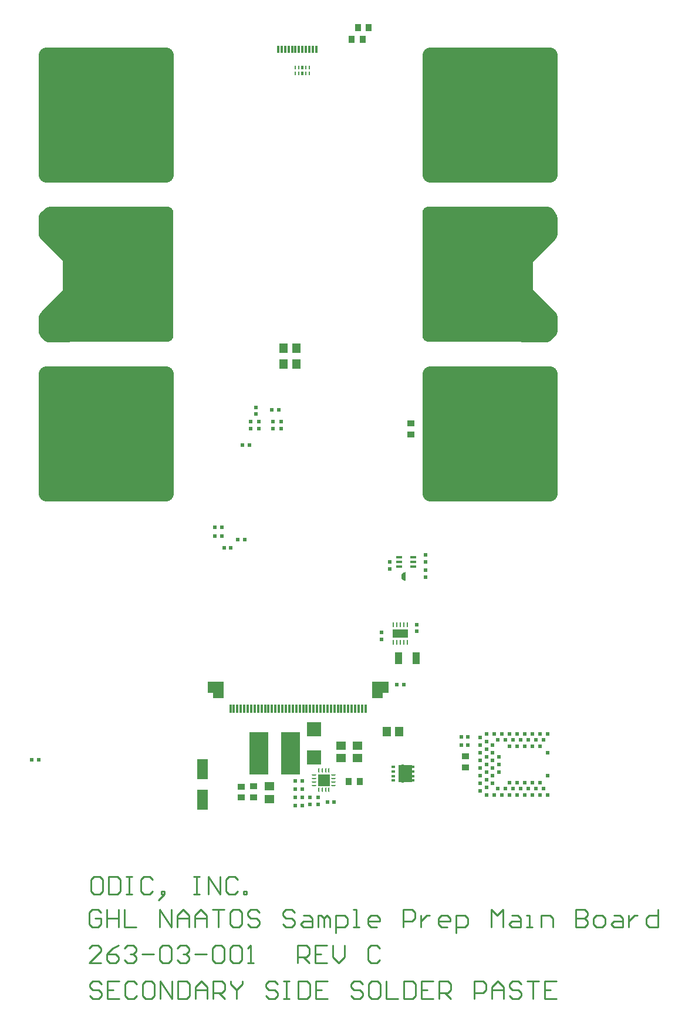
<source format=gbp>
G04*
G04 #@! TF.GenerationSoftware,Altium Limited,Altium Designer,24.9.1 (31)*
G04*
G04 Layer_Color=128*
%FSLAX44Y44*%
%MOMM*%
G71*
G04*
G04 #@! TF.SameCoordinates,1259BD5C-C6F3-40BD-8840-5C3A0C5864AA*
G04*
G04*
G04 #@! TF.FilePolarity,Positive*
G04*
G01*
G75*
%ADD17C,0.2540*%
%ADD19R,0.6000X0.6000*%
%ADD23R,1.0000X0.9500*%
%ADD24R,0.6000X0.6000*%
%ADD39R,1.1500X1.4500*%
%ADD42R,0.9500X1.0000*%
%ADD59R,1.0000X1.8000*%
%ADD60R,1.0000X0.9000*%
%ADD61R,1.6000X3.0000*%
%ADD64R,0.5000X0.3500*%
%ADD156C,2.0000*%
%ADD172R,0.8326X0.3548*%
G04:AMPARAMS|DCode=173|XSize=19.5mm|YSize=19.5mm|CornerRadius=1.17mm|HoleSize=0mm|Usage=FLASHONLY|Rotation=180.000|XOffset=0mm|YOffset=0mm|HoleType=Round|Shape=RoundedRectangle|*
%AMROUNDEDRECTD173*
21,1,19.5000,17.1600,0,0,180.0*
21,1,17.1600,19.5000,0,0,180.0*
1,1,2.3400,-8.5800,8.5800*
1,1,2.3400,8.5800,8.5800*
1,1,2.3400,8.5800,-8.5800*
1,1,2.3400,-8.5800,-8.5800*
%
%ADD173ROUNDEDRECTD173*%
G04:AMPARAMS|DCode=174|XSize=16mm|YSize=19.5mm|CornerRadius=0.96mm|HoleSize=0mm|Usage=FLASHONLY|Rotation=180.000|XOffset=0mm|YOffset=0mm|HoleType=Round|Shape=RoundedRectangle|*
%AMROUNDEDRECTD174*
21,1,16.0000,17.5800,0,0,180.0*
21,1,14.0800,19.5000,0,0,180.0*
1,1,1.9200,-7.0400,8.7900*
1,1,1.9200,7.0400,8.7900*
1,1,1.9200,7.0400,-8.7900*
1,1,1.9200,-7.0400,-8.7900*
%
%ADD174ROUNDEDRECTD174*%
%ADD175R,1.4500X1.1500*%
%ADD176R,0.2000X0.5500*%
%ADD177R,0.4000X0.5500*%
%ADD178R,2.0066X2.0066*%
%ADD179R,1.6000X2.4000*%
%ADD180R,0.3000X1.2000*%
%ADD181R,0.3000X1.1000*%
%ADD182R,2.7000X6.2000*%
%ADD183R,0.5080X0.5080*%
%ADD184R,0.5080X0.5080*%
%ADD185R,2.2000X1.3000*%
%ADD186R,0.2540X0.7112*%
G04:AMPARAMS|DCode=187|XSize=0.6mm|YSize=0.24mm|CornerRadius=0.06mm|HoleSize=0mm|Usage=FLASHONLY|Rotation=180.000|XOffset=0mm|YOffset=0mm|HoleType=Round|Shape=RoundedRectangle|*
%AMROUNDEDRECTD187*
21,1,0.6000,0.1200,0,0,180.0*
21,1,0.4800,0.2400,0,0,180.0*
1,1,0.1200,-0.2400,0.0600*
1,1,0.1200,0.2400,0.0600*
1,1,0.1200,0.2400,-0.0600*
1,1,0.1200,-0.2400,-0.0600*
%
%ADD187ROUNDEDRECTD187*%
G04:AMPARAMS|DCode=188|XSize=0.6mm|YSize=0.24mm|CornerRadius=0.06mm|HoleSize=0mm|Usage=FLASHONLY|Rotation=90.000|XOffset=0mm|YOffset=0mm|HoleType=Round|Shape=RoundedRectangle|*
%AMROUNDEDRECTD188*
21,1,0.6000,0.1200,0,0,90.0*
21,1,0.4800,0.2400,0,0,90.0*
1,1,0.1200,0.0600,0.2400*
1,1,0.1200,0.0600,-0.2400*
1,1,0.1200,-0.0600,-0.2400*
1,1,0.1200,-0.0600,0.2400*
%
%ADD188ROUNDEDRECTD188*%
%ADD189R,1.6600X1.6600*%
G36*
X440984Y150350D02*
D01*
Y150350D01*
Y150350D01*
D02*
G37*
G36*
X440984Y137650D02*
X440568D01*
X439743Y137759D01*
X438938Y137974D01*
X438170Y138293D01*
X437449Y138709D01*
X436788Y139216D01*
X436200Y139804D01*
X435693Y140465D01*
X435277Y141186D01*
X434958Y141954D01*
X434743Y142759D01*
X434634Y143584D01*
Y144000D01*
Y144416D01*
X434743Y145241D01*
X434958Y146046D01*
X435277Y146814D01*
X435693Y147535D01*
X436200Y148196D01*
X436788Y148784D01*
X437449Y149291D01*
X438170Y149707D01*
X438938Y150026D01*
X439743Y150241D01*
X440568Y150350D01*
X440984D01*
X440984Y137650D01*
D02*
G37*
G36*
X416245Y-23468D02*
X408245D01*
Y-7468D01*
X416245D01*
Y-23468D01*
D02*
G37*
G36*
X163246D02*
X155246D01*
Y-7468D01*
X163246D01*
Y-23468D01*
D02*
G37*
G36*
X438755Y-128286D02*
X450505D01*
Y-152786D01*
X438755D01*
Y-153536D01*
X435255D01*
Y-152786D01*
X430755D01*
Y-128286D01*
X435255D01*
Y-127536D01*
X438755D01*
Y-128286D01*
D02*
G37*
G36*
X330510Y-157365D02*
X315390D01*
Y-142245D01*
X330510D01*
Y-157365D01*
D02*
G37*
D17*
X2341Y-443796D02*
X-1891Y-439564D01*
X-10355D01*
X-14587Y-443796D01*
Y-448028D01*
X-10355Y-452260D01*
X-1891D01*
X2341Y-456492D01*
Y-460724D01*
X-1891Y-464956D01*
X-10355D01*
X-14587Y-460724D01*
X27733Y-439564D02*
X10805D01*
Y-464956D01*
X27733D01*
X10805Y-452260D02*
X19269D01*
X53124Y-443796D02*
X48892Y-439564D01*
X40429D01*
X36197Y-443796D01*
Y-460724D01*
X40429Y-464956D01*
X48892D01*
X53124Y-460724D01*
X74284Y-439564D02*
X65820D01*
X61588Y-443796D01*
Y-460724D01*
X65820Y-464956D01*
X74284D01*
X78516Y-460724D01*
Y-443796D01*
X74284Y-439564D01*
X86980Y-464956D02*
Y-439564D01*
X103908Y-464956D01*
Y-439564D01*
X112372D02*
Y-464956D01*
X125068D01*
X129300Y-460724D01*
Y-443796D01*
X125068Y-439564D01*
X112372D01*
X137764Y-464956D02*
Y-448028D01*
X146228Y-439564D01*
X154692Y-448028D01*
Y-464956D01*
Y-452260D01*
X137764D01*
X163156Y-464956D02*
Y-439564D01*
X175851D01*
X180083Y-443796D01*
Y-452260D01*
X175851Y-456492D01*
X163156D01*
X171619D02*
X180083Y-464956D01*
X188547Y-439564D02*
Y-443796D01*
X197011Y-452260D01*
X205475Y-443796D01*
Y-439564D01*
X197011Y-452260D02*
Y-464956D01*
X256259Y-443796D02*
X252027Y-439564D01*
X243563D01*
X239331Y-443796D01*
Y-448028D01*
X243563Y-452260D01*
X252027D01*
X256259Y-456492D01*
Y-460724D01*
X252027Y-464956D01*
X243563D01*
X239331Y-460724D01*
X264723Y-439564D02*
X273187D01*
X268955D01*
Y-464956D01*
X264723D01*
X273187D01*
X285883Y-439564D02*
Y-464956D01*
X298578D01*
X302810Y-460724D01*
Y-443796D01*
X298578Y-439564D01*
X285883D01*
X328202D02*
X311274D01*
Y-464956D01*
X328202D01*
X311274Y-452260D02*
X319738D01*
X378986Y-443796D02*
X374754Y-439564D01*
X366290D01*
X362058Y-443796D01*
Y-448028D01*
X366290Y-452260D01*
X374754D01*
X378986Y-456492D01*
Y-460724D01*
X374754Y-464956D01*
X366290D01*
X362058Y-460724D01*
X400146Y-439564D02*
X391682D01*
X387450Y-443796D01*
Y-460724D01*
X391682Y-464956D01*
X400146D01*
X404378Y-460724D01*
Y-443796D01*
X400146Y-439564D01*
X412842D02*
Y-464956D01*
X429769D01*
X438233Y-439564D02*
Y-464956D01*
X450929D01*
X455161Y-460724D01*
Y-443796D01*
X450929Y-439564D01*
X438233D01*
X480553D02*
X463625D01*
Y-464956D01*
X480553D01*
X463625Y-452260D02*
X472089D01*
X489017Y-464956D02*
Y-439564D01*
X501713D01*
X505945Y-443796D01*
Y-452260D01*
X501713Y-456492D01*
X489017D01*
X497481D02*
X505945Y-464956D01*
X539800D02*
Y-439564D01*
X552496D01*
X556728Y-443796D01*
Y-452260D01*
X552496Y-456492D01*
X539800D01*
X565192Y-464956D02*
Y-448028D01*
X573656Y-439564D01*
X582120Y-448028D01*
Y-464956D01*
Y-452260D01*
X565192D01*
X607512Y-443796D02*
X603280Y-439564D01*
X594816D01*
X590584Y-443796D01*
Y-448028D01*
X594816Y-452260D01*
X603280D01*
X607512Y-456492D01*
Y-460724D01*
X603280Y-464956D01*
X594816D01*
X590584Y-460724D01*
X615976Y-439564D02*
X632904D01*
X624440D01*
Y-464956D01*
X658296Y-439564D02*
X641368D01*
Y-464956D01*
X658296D01*
X641368Y-452260D02*
X649832D01*
X-145Y-288975D02*
X-8608D01*
X-12840Y-293207D01*
Y-310134D01*
X-8608Y-314366D01*
X-145D01*
X4087Y-310134D01*
Y-293207D01*
X-145Y-288975D01*
X12551D02*
Y-314366D01*
X25247D01*
X29479Y-310134D01*
Y-293207D01*
X25247Y-288975D01*
X12551D01*
X37943D02*
X46407D01*
X42175D01*
Y-314366D01*
X37943D01*
X46407D01*
X76031Y-293207D02*
X71799Y-288975D01*
X63335D01*
X59103Y-293207D01*
Y-310134D01*
X63335Y-314366D01*
X71799D01*
X76031Y-310134D01*
X88727Y-318598D02*
X92959Y-314366D01*
Y-310134D01*
X88727D01*
Y-314366D01*
X92959D01*
X88727Y-318598D01*
X84495Y-322830D01*
X135278Y-288975D02*
X143742D01*
X139510D01*
Y-314366D01*
X135278D01*
X143742D01*
X156438D02*
Y-288975D01*
X173366Y-314366D01*
Y-288975D01*
X198758Y-293207D02*
X194526Y-288975D01*
X186062D01*
X181830Y-293207D01*
Y-310134D01*
X186062Y-314366D01*
X194526D01*
X198758Y-310134D01*
X207222Y-314366D02*
Y-310134D01*
X211454D01*
Y-314366D01*
X207222D01*
X1341Y-340332D02*
X-2891Y-336100D01*
X-11355D01*
X-15587Y-340332D01*
Y-357260D01*
X-11355Y-361492D01*
X-2891D01*
X1341Y-357260D01*
Y-348796D01*
X-7123D01*
X9805Y-336100D02*
Y-361492D01*
Y-348796D01*
X26733D01*
Y-336100D01*
Y-361492D01*
X35197Y-336100D02*
Y-361492D01*
X52125D01*
X85980D02*
Y-336100D01*
X102908Y-361492D01*
Y-336100D01*
X111372Y-361492D02*
Y-344564D01*
X119836Y-336100D01*
X128300Y-344564D01*
Y-361492D01*
Y-348796D01*
X111372D01*
X136764Y-361492D02*
Y-344564D01*
X145228Y-336100D01*
X153692Y-344564D01*
Y-361492D01*
Y-348796D01*
X136764D01*
X162156Y-336100D02*
X179083D01*
X170620D01*
Y-361492D01*
X200243Y-336100D02*
X191779D01*
X187547Y-340332D01*
Y-357260D01*
X191779Y-361492D01*
X200243D01*
X204475Y-357260D01*
Y-340332D01*
X200243Y-336100D01*
X229867Y-340332D02*
X225635Y-336100D01*
X217171D01*
X212939Y-340332D01*
Y-344564D01*
X217171Y-348796D01*
X225635D01*
X229867Y-353028D01*
Y-357260D01*
X225635Y-361492D01*
X217171D01*
X212939Y-357260D01*
X280651Y-340332D02*
X276419Y-336100D01*
X267955D01*
X263723Y-340332D01*
Y-344564D01*
X267955Y-348796D01*
X276419D01*
X280651Y-353028D01*
Y-357260D01*
X276419Y-361492D01*
X267955D01*
X263723Y-357260D01*
X293347Y-344564D02*
X301810D01*
X306042Y-348796D01*
Y-361492D01*
X293347D01*
X289115Y-357260D01*
X293347Y-353028D01*
X306042D01*
X314506Y-361492D02*
Y-344564D01*
X318738D01*
X322970Y-348796D01*
Y-361492D01*
Y-348796D01*
X327202Y-344564D01*
X331434Y-348796D01*
Y-361492D01*
X339898Y-369956D02*
Y-344564D01*
X352594D01*
X356826Y-348796D01*
Y-357260D01*
X352594Y-361492D01*
X339898D01*
X365290D02*
X373754D01*
X369522D01*
Y-336100D01*
X365290D01*
X399146Y-361492D02*
X390682D01*
X386450Y-357260D01*
Y-348796D01*
X390682Y-344564D01*
X399146D01*
X403378Y-348796D01*
Y-353028D01*
X386450D01*
X437233Y-361492D02*
Y-336100D01*
X449929D01*
X454161Y-340332D01*
Y-348796D01*
X449929Y-353028D01*
X437233D01*
X462625Y-344564D02*
Y-361492D01*
Y-353028D01*
X466857Y-348796D01*
X471089Y-344564D01*
X475321D01*
X500713Y-361492D02*
X492249D01*
X488017Y-357260D01*
Y-348796D01*
X492249Y-344564D01*
X500713D01*
X504945Y-348796D01*
Y-353028D01*
X488017D01*
X513409Y-369956D02*
Y-344564D01*
X526105D01*
X530337Y-348796D01*
Y-357260D01*
X526105Y-361492D01*
X513409D01*
X564192D02*
Y-336100D01*
X572656Y-344564D01*
X581120Y-336100D01*
Y-361492D01*
X593816Y-344564D02*
X602280D01*
X606512Y-348796D01*
Y-361492D01*
X593816D01*
X589584Y-357260D01*
X593816Y-353028D01*
X606512D01*
X614976Y-361492D02*
X623440D01*
X619208D01*
Y-344564D01*
X614976D01*
X636136Y-361492D02*
Y-344564D01*
X648832D01*
X653064Y-348796D01*
Y-361492D01*
X686919Y-336100D02*
Y-361492D01*
X699615D01*
X703847Y-357260D01*
Y-353028D01*
X699615Y-348796D01*
X686919D01*
X699615D01*
X703847Y-344564D01*
Y-340332D01*
X699615Y-336100D01*
X686919D01*
X716543Y-361492D02*
X725007D01*
X729239Y-357260D01*
Y-348796D01*
X725007Y-344564D01*
X716543D01*
X712311Y-348796D01*
Y-357260D01*
X716543Y-361492D01*
X741935Y-344564D02*
X750399D01*
X754631Y-348796D01*
Y-361492D01*
X741935D01*
X737703Y-357260D01*
X741935Y-353028D01*
X754631D01*
X763095Y-344564D02*
Y-361492D01*
Y-353028D01*
X767327Y-348796D01*
X771559Y-344564D01*
X775791D01*
X805414Y-336100D02*
Y-361492D01*
X792719D01*
X788486Y-357260D01*
Y-348796D01*
X792719Y-344564D01*
X805414D01*
X1727Y-413574D02*
X-15201D01*
X1727Y-396646D01*
Y-392415D01*
X-2505Y-388183D01*
X-10969D01*
X-15201Y-392415D01*
X27119Y-388183D02*
X18655Y-392415D01*
X10191Y-400878D01*
Y-409342D01*
X14423Y-413574D01*
X22887D01*
X27119Y-409342D01*
Y-405110D01*
X22887Y-400878D01*
X10191D01*
X35583Y-392415D02*
X39815Y-388183D01*
X48279D01*
X52511Y-392415D01*
Y-396646D01*
X48279Y-400878D01*
X44047D01*
X48279D01*
X52511Y-405110D01*
Y-409342D01*
X48279Y-413574D01*
X39815D01*
X35583Y-409342D01*
X60975Y-400878D02*
X77903D01*
X86367Y-392415D02*
X90599Y-388183D01*
X99063D01*
X103295Y-392415D01*
Y-409342D01*
X99063Y-413574D01*
X90599D01*
X86367Y-409342D01*
Y-392415D01*
X111758D02*
X115990Y-388183D01*
X124454D01*
X128686Y-392415D01*
Y-396646D01*
X124454Y-400878D01*
X120222D01*
X124454D01*
X128686Y-405110D01*
Y-409342D01*
X124454Y-413574D01*
X115990D01*
X111758Y-409342D01*
X137150Y-400878D02*
X154078D01*
X162542Y-392415D02*
X166774Y-388183D01*
X175238D01*
X179470Y-392415D01*
Y-409342D01*
X175238Y-413574D01*
X166774D01*
X162542Y-409342D01*
Y-392415D01*
X187934D02*
X192166Y-388183D01*
X200630D01*
X204862Y-392415D01*
Y-409342D01*
X200630Y-413574D01*
X192166D01*
X187934Y-409342D01*
Y-392415D01*
X213326Y-413574D02*
X221790D01*
X217558D01*
Y-388183D01*
X213326Y-392415D01*
X285269Y-413574D02*
Y-388183D01*
X297965D01*
X302197Y-392415D01*
Y-400878D01*
X297965Y-405110D01*
X285269D01*
X293733D02*
X302197Y-413574D01*
X327589Y-388183D02*
X310661D01*
Y-413574D01*
X327589D01*
X310661Y-400878D02*
X319125D01*
X336053Y-388183D02*
Y-405110D01*
X344517Y-413574D01*
X352980Y-405110D01*
Y-388183D01*
X403764Y-392415D02*
X399532Y-388183D01*
X391068D01*
X386836Y-392415D01*
Y-409342D01*
X391068Y-413574D01*
X399532D01*
X403764Y-409342D01*
D19*
X470000Y153000D02*
D03*
Y143000D02*
D03*
Y175000D02*
D03*
Y165000D02*
D03*
X418000D02*
D03*
Y155000D02*
D03*
X406000Y63000D02*
D03*
Y53000D02*
D03*
X457464Y64700D02*
D03*
Y74700D02*
D03*
X225225Y387950D02*
D03*
Y377950D02*
D03*
X315000Y-185000D02*
D03*
Y-175000D02*
D03*
X302950Y-184805D02*
D03*
Y-174805D02*
D03*
X261225Y366950D02*
D03*
Y356950D02*
D03*
X229225Y366950D02*
D03*
Y356950D02*
D03*
X217225Y366950D02*
D03*
Y356950D02*
D03*
X249225D02*
D03*
Y366950D02*
D03*
D23*
X527000Y-131000D02*
D03*
Y-115000D02*
D03*
X221950Y-174805D02*
D03*
Y-158805D02*
D03*
X204000Y-175000D02*
D03*
Y-159000D02*
D03*
D24*
X206000Y333000D02*
D03*
X216000D02*
D03*
X-88000Y-120000D02*
D03*
X-98000D02*
D03*
X248225Y383950D02*
D03*
X258225D02*
D03*
X179000Y185000D02*
D03*
X189000D02*
D03*
X209000Y197000D02*
D03*
X199000D02*
D03*
X281950Y-162805D02*
D03*
X291950D02*
D03*
X428465Y-12070D02*
D03*
X438465D02*
D03*
X291950Y-186805D02*
D03*
X281950D02*
D03*
Y-174805D02*
D03*
X291950D02*
D03*
X281950Y-150805D02*
D03*
X291950D02*
D03*
X166000Y202000D02*
D03*
X176000D02*
D03*
Y215000D02*
D03*
X166000D02*
D03*
X521000Y-87000D02*
D03*
X531000D02*
D03*
X521000Y-99000D02*
D03*
X531000D02*
D03*
X338000Y-181000D02*
D03*
X328000D02*
D03*
D39*
X414000Y-80000D02*
D03*
X432000D02*
D03*
X265225Y449950D02*
D03*
X283225D02*
D03*
X265225Y472950D02*
D03*
X283225D02*
D03*
D42*
X358951Y-151805D02*
D03*
X374950D02*
D03*
X371995Y935536D02*
D03*
X387995D02*
D03*
X379308Y918223D02*
D03*
X363308D02*
D03*
D59*
X455964Y25700D02*
D03*
X430964D02*
D03*
D60*
X449000Y365000D02*
D03*
Y349000D02*
D03*
D61*
X148000Y-134000D02*
D03*
Y-178000D02*
D03*
D64*
X423005Y-150286D02*
D03*
Y-143786D02*
D03*
Y-137286D02*
D03*
Y-130786D02*
D03*
X451005D02*
D03*
Y-137286D02*
D03*
Y-143786D02*
D03*
Y-150286D02*
D03*
D156*
X650250Y656500D02*
Y660500D01*
X646000Y667000D02*
X650250Y660500D01*
X612500Y667000D02*
X646000D01*
X639000Y632500D02*
Y664000D01*
X636000Y667000D02*
X639000Y664000D01*
X629200Y667000D02*
X636000D01*
X-73875Y665625D02*
X-72500Y667000D01*
X-78000Y661500D02*
X-76625Y662875D01*
X-61750Y495750D02*
X-61000Y495000D01*
X-61750Y495750D02*
Y533750D01*
X-78000Y496500D02*
Y517500D01*
Y496500D02*
X-73500Y492000D01*
X-78000Y517500D02*
X-45500Y550000D01*
X615700Y551800D02*
X615900D01*
X650000Y637000D02*
X650250Y660500D01*
X616750Y603750D02*
X650000Y637000D01*
X612500Y667000D02*
X629200D01*
Y630300D02*
Y667000D01*
X610700Y492000D02*
X644200D01*
Y492300D02*
X649700Y497800D01*
Y518000D01*
X615900Y551800D02*
X649700Y518000D01*
X631700Y495300D02*
Y529800D01*
X-60000Y629500D02*
Y664000D01*
X-78000Y637500D02*
X-44000Y603500D01*
X-78000Y637500D02*
Y638000D01*
Y661500D01*
X-76625Y662875D02*
X-73875Y665625D01*
X-72500Y667000D02*
X-39000D01*
X-45500Y492000D02*
Y550000D01*
X-73500Y492000D02*
X-45500D01*
D172*
X431614Y171500D02*
D03*
Y165000D02*
D03*
Y158500D02*
D03*
X452386D02*
D03*
Y165000D02*
D03*
Y171500D02*
D03*
D173*
X562995Y809536D02*
D03*
Y349536D02*
D03*
X8995Y809536D02*
D03*
Y349536D02*
D03*
D174*
X26495Y579536D02*
D03*
X545495D02*
D03*
D175*
X347951Y-117805D02*
D03*
Y-99805D02*
D03*
X371950D02*
D03*
Y-117805D02*
D03*
X244951Y-158805D02*
D03*
Y-176805D02*
D03*
D176*
X281995Y877936D02*
D03*
X286995D02*
D03*
X296995D02*
D03*
X301995D02*
D03*
Y869436D02*
D03*
X296995D02*
D03*
X286995D02*
D03*
X281995D02*
D03*
D177*
X291995Y877936D02*
D03*
Y869436D02*
D03*
D178*
X308951Y-76739D02*
D03*
Y-116871D02*
D03*
D179*
X400245Y-19468D02*
D03*
X171245D02*
D03*
D180*
X383246Y-46464D02*
D03*
X378246D02*
D03*
X373246D02*
D03*
X368246D02*
D03*
X363246D02*
D03*
X358246D02*
D03*
X353246D02*
D03*
X348246D02*
D03*
X343246D02*
D03*
X338246D02*
D03*
X333246D02*
D03*
X328246D02*
D03*
X323246D02*
D03*
X318246D02*
D03*
X313246D02*
D03*
X308246D02*
D03*
X303246D02*
D03*
X298246D02*
D03*
X293246D02*
D03*
X288246D02*
D03*
X283246D02*
D03*
X278246D02*
D03*
X273246D02*
D03*
X268246D02*
D03*
X263246D02*
D03*
X258246D02*
D03*
X253246D02*
D03*
X248246D02*
D03*
X243246D02*
D03*
X238246D02*
D03*
X233246D02*
D03*
X228246D02*
D03*
X223246D02*
D03*
X218246D02*
D03*
X213246D02*
D03*
X208246D02*
D03*
X203246D02*
D03*
X198246D02*
D03*
X193246D02*
D03*
X188246D02*
D03*
D181*
X257195Y903836D02*
D03*
X262195D02*
D03*
X267195D02*
D03*
X272195D02*
D03*
X277195D02*
D03*
X292195D02*
D03*
X297195D02*
D03*
X302195D02*
D03*
X307195D02*
D03*
X312195D02*
D03*
X287195D02*
D03*
X282195D02*
D03*
D182*
X274951Y-110805D02*
D03*
X228951D02*
D03*
D183*
X566500Y-121500D02*
D03*
Y-132500D02*
D03*
Y-143500D02*
D03*
X557500Y-116000D02*
D03*
Y-127000D02*
D03*
Y-138000D02*
D03*
X566500Y-99500D02*
D03*
Y-110500D02*
D03*
X575500Y-116000D02*
D03*
Y-127000D02*
D03*
X557500Y-94000D02*
D03*
Y-105000D02*
D03*
Y-149000D02*
D03*
Y-160000D02*
D03*
X575500Y-138000D02*
D03*
X566500Y-154500D02*
D03*
X548500Y-88500D02*
D03*
Y-99500D02*
D03*
Y-110500D02*
D03*
Y-121500D02*
D03*
Y-132500D02*
D03*
Y-143500D02*
D03*
Y-154500D02*
D03*
Y-165500D02*
D03*
D184*
X645500Y-110500D02*
D03*
Y-143500D02*
D03*
X590500Y-153000D02*
D03*
X601500D02*
D03*
X612500D02*
D03*
X623500D02*
D03*
X634500D02*
D03*
X574000Y-162000D02*
D03*
X585000D02*
D03*
X596000D02*
D03*
X607000D02*
D03*
X618000D02*
D03*
X629000D02*
D03*
X640000D02*
D03*
X634500Y-101000D02*
D03*
X623500D02*
D03*
X612500D02*
D03*
X601500D02*
D03*
X590500D02*
D03*
X640000Y-92000D02*
D03*
X629000D02*
D03*
X618000D02*
D03*
X607000D02*
D03*
X596000D02*
D03*
X585000D02*
D03*
X574000D02*
D03*
X645500Y-83000D02*
D03*
X634500D02*
D03*
X623500D02*
D03*
X612500D02*
D03*
X601500D02*
D03*
X590500D02*
D03*
X579500D02*
D03*
X568500D02*
D03*
X557500D02*
D03*
Y-171000D02*
D03*
X568500D02*
D03*
X579500D02*
D03*
X590500D02*
D03*
X601500D02*
D03*
X612500D02*
D03*
X623500D02*
D03*
X634500D02*
D03*
X645500D02*
D03*
D185*
X433464Y61746D02*
D03*
D186*
X443464Y74700D02*
D03*
X438464D02*
D03*
X433464D02*
D03*
X428464D02*
D03*
X423464D02*
D03*
X428464Y48792D02*
D03*
X433464D02*
D03*
X438464D02*
D03*
X443464D02*
D03*
X423464D02*
D03*
D187*
X336950Y-142305D02*
D03*
Y-147305D02*
D03*
Y-152305D02*
D03*
Y-157305D02*
D03*
X308951D02*
D03*
Y-152305D02*
D03*
Y-147305D02*
D03*
Y-142305D02*
D03*
D188*
X330451Y-163805D02*
D03*
X325451D02*
D03*
X320451D02*
D03*
X315450D02*
D03*
Y-135805D02*
D03*
X320451D02*
D03*
X325451D02*
D03*
X330451D02*
D03*
D189*
X322951Y-149805D02*
D03*
M02*

</source>
